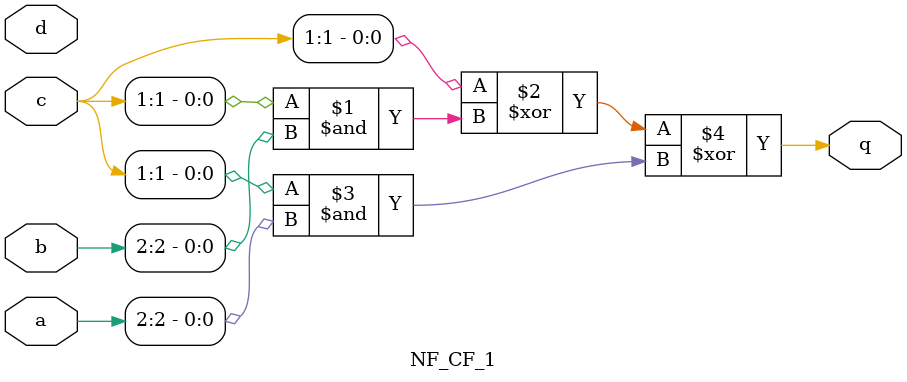
<source format=v>
/*
* -----------------------------------------------------------------
* COMPANY : Shandong University
* AUTHOR  : Yanhong Fan, Chaoran Wang, Lixuan Wu, Meiqin Wang
* DOCUMENT: "A Fast Search Method for 3-Share Second-Order Masking Schemes for Lightweight S-Boxes"  
* -----------------------------------------------------------------
*
* Copyright c 2024, Yanhong Fan, Chaoran Wang, Lixuan Wu, Meiqin Wang

*
* All rights reserved.
*
* THIS SOFTWARE IS PROVIDED BY THE COPYRIGHT HOLDERS AND CONTRIBUTORS "AS IS" AND
* ANY EXPRESS OR IMPLIED WARRANTIES, INCLUDING, BUT NOT LIMITED TO, THE IMPLIED
* WARRANTIES OF MERCHANTABILITY AND FITNESS FOR A PARTICULAR PURPOSE ARE
* DISCLAIMED. IN NO EVENT SHALL THE COPYRIGHT HOLDER OR CONTRIBUTERS BE LIABLE FOR ANY
* DIRECT, INDIRECT, INCIDENTAL, SPECIAL, EXEMPLARY, OR CONSEQUENTIAL DAMAGES
* INCLUDING, BUT NOT LIMITED TO, PROCUREMENT OF SUBSTITUTE GOODS OR SERVICES;
* LOSS OF USE, DATA, OR PROFITS; OR BUSINESS INTERRUPTION HOWEVER CAUSED AND
* ON ANY THEORY OF LIABILITY, WHETHER IN CONTRACT, STRICT LIABILITY, OR TORT
* INCLUDING NEGLIGENCE OR OTHERWISE ARISING IN ANY WAY OUT OF THE USE OF THIS
* SOFTWARE, EVEN IF ADVISED OF THE POSSIBILITY OF SUCH DAMAGE.
*
* Please see LICENSE and README for license and further instructions.
*/
module NF_CF_1(
    input [3:1] a,
    input [3:1] b,
    input [3:1] c,
    input [3:1] d,
    output q 
	 );
	 
	parameter num = 1;
	 
	generate

		if(num==0) begin
			assign q = a[1]^(c[1]&b[1])^(c[1]&a[1]);
		end
		if(num==1) begin
			assign q =c[1]^(c[1]&b[2])^(c[1]&a[2]);
		end
		if(num==2) begin
			assign q = (c[1]&b[3])^(c[1]&a[3]);
		end
		if(num==3) begin
			assign q = (c[2]&b[1])^(c[2]&a[1]);
		end
		if(num==4) begin
			assign q =a[2]^(c[2]&b[2])^(c[2]&a[2]);
		end
		if(num==5) begin
			assign q = c[2]^(c[2]&b[3])^(c[2]&a[3]);
		end
		if(num==6) begin
			assign q = (c[3]&b[1])^(c[3]&a[1]);
		end
		if(num==7) begin
			assign q = c[3]^(c[3]&b[2])^(c[3]&a[2]);
		end
		if(num==8) begin
			assign q = a[3]^(c[3]&b[3])^(c[3]&a[3]);
		end
		if(num==9) begin
			assign q = a[1] ^ 1^(c[1]&b[1]);
		end
		if(num==10) begin
			assign q = c[1] ^ (c[1]&b[2]);
		end
		if(num==11) begin
			assign q =  b[3]^ (c[1]&b[3]);
		end
		if(num==12) begin
			assign q =  b[1] ^ (c[2]&b[1]);
		end
		if(num==13) begin
			assign q = a[2] ^ (c[2]&b[2]);
		end
		if(num==14) begin
			assign q = c[2]^(c[2]&b[3]);
		end
		if(num==15) begin
			assign q = c[3] ^ (c[3]&b[1]);
		end
		if(num==16) begin
			assign q = b[2] ^ (c[3]&b[2]);
		end
		if(num==17) begin
			assign q = a[3] ^ (c[3]&b[3]);
		end
		


	endgenerate


endmodule

</source>
